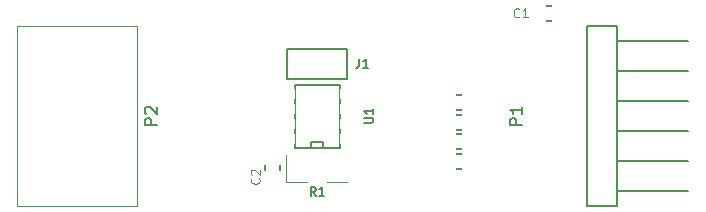
<source format=gto>
G04 #@! TF.FileFunction,Legend,Top*
%FSLAX46Y46*%
G04 Gerber Fmt 4.6, Leading zero omitted, Abs format (unit mm)*
G04 Created by KiCad (PCBNEW 4.0.2+dfsg1-stable) date jeu. 13 juil. 2017 18:44:21 CEST*
%MOMM*%
G01*
G04 APERTURE LIST*
%ADD10C,0.100000*%
%ADD11C,0.127000*%
%ADD12C,0.150000*%
%ADD13C,0.152400*%
%ADD14C,0.101600*%
%ADD15R,1.035000X1.543000*%
%ADD16R,2.400000X2.300000*%
%ADD17C,2.300000*%
%ADD18R,1.543000X1.035000*%
%ADD19R,1.924000X1.924000*%
%ADD20C,1.924000*%
%ADD21R,2.940000X2.940000*%
%ADD22C,2.940000*%
%ADD23R,1.924000X2.432000*%
%ADD24R,1.543000X0.908000*%
G04 APERTURE END LIST*
D10*
D11*
X166928800Y-95669100D02*
X169214800Y-95669100D01*
X169214800Y-95669100D02*
X169214800Y-96939100D01*
X169214800Y-96939100D02*
X166928800Y-96939100D01*
X166928800Y-96939100D02*
X166928800Y-95669100D01*
D12*
X179889800Y-111350000D02*
X173889800Y-111350000D01*
X179889800Y-108810000D02*
X173889800Y-108810000D01*
X179889800Y-106270000D02*
X173889800Y-106270000D01*
X179889800Y-103730000D02*
X173889800Y-103730000D01*
X179889800Y-101190000D02*
X173889800Y-101190000D01*
X179889800Y-98650000D02*
X173889800Y-98650000D01*
X171349800Y-97380000D02*
X171349800Y-112620000D01*
X171349800Y-112620000D02*
X173889800Y-112620000D01*
X173889800Y-112620000D02*
X173889800Y-97380000D01*
X171349800Y-97380000D02*
X173889800Y-97380000D01*
D11*
X145351500Y-108267500D02*
X145351500Y-110553500D01*
X145351500Y-110553500D02*
X144081500Y-110553500D01*
X144081500Y-110553500D02*
X144081500Y-108267500D01*
X144081500Y-108267500D02*
X145351500Y-108267500D01*
D13*
X151041100Y-99288600D02*
X151041100Y-101828600D01*
X151041100Y-101828600D02*
X145961100Y-101828600D01*
X145961100Y-101828600D02*
X145961100Y-99288600D01*
X145961100Y-99288600D02*
X151041100Y-99288600D01*
D14*
X133261100Y-112620000D02*
X133261100Y-97380000D01*
X123101100Y-112620000D02*
X123101100Y-97380000D01*
X133261100Y-112620000D02*
X123101100Y-112620000D01*
X123101100Y-97380000D02*
X133261100Y-97380000D01*
D11*
X145961100Y-108267500D02*
X145961100Y-110553500D01*
X145961100Y-110553500D02*
X147612100Y-110553500D01*
X149390100Y-108267500D02*
X151041100Y-108267500D01*
X151041100Y-108267500D02*
X151041100Y-110553500D01*
X151041100Y-110553500D02*
X149390100Y-110553500D01*
X147612100Y-108267500D02*
X145961100Y-108267500D01*
X150279100Y-107667000D02*
X150406100Y-107667000D01*
X150406100Y-107667000D02*
X150406100Y-102333000D01*
X146596100Y-102333000D02*
X146596100Y-107667000D01*
X146596100Y-107667000D02*
X150279100Y-107667000D01*
X147993100Y-107667000D02*
X147993100Y-107159000D01*
X147993100Y-107159000D02*
X149009100Y-107159000D01*
X149009100Y-107159000D02*
X149009100Y-107667000D01*
X146596100Y-102333000D02*
X150406100Y-102333000D01*
X161658300Y-109448600D02*
X159372300Y-109448600D01*
X159372300Y-109448600D02*
X159372300Y-108178600D01*
X159372300Y-108178600D02*
X161658300Y-108178600D01*
X161658300Y-108178600D02*
X161658300Y-109448600D01*
X161658300Y-106146600D02*
X159372300Y-106146600D01*
X159372300Y-106146600D02*
X159372300Y-104876600D01*
X159372300Y-104876600D02*
X161658300Y-104876600D01*
X161658300Y-104876600D02*
X161658300Y-106146600D01*
X161658300Y-104495600D02*
X159372300Y-104495600D01*
X159372300Y-104495600D02*
X159372300Y-103225600D01*
X159372300Y-103225600D02*
X161658300Y-103225600D01*
X161658300Y-103225600D02*
X161658300Y-104495600D01*
X159372300Y-106527600D02*
X161658300Y-106527600D01*
X161658300Y-106527600D02*
X161658300Y-107797600D01*
X161658300Y-107797600D02*
X159372300Y-107797600D01*
X159372300Y-107797600D02*
X159372300Y-106527600D01*
D14*
X165582600Y-96576243D02*
X165546314Y-96612529D01*
X165437457Y-96648814D01*
X165364886Y-96648814D01*
X165256029Y-96612529D01*
X165183457Y-96539957D01*
X165147172Y-96467386D01*
X165110886Y-96322243D01*
X165110886Y-96213386D01*
X165147172Y-96068243D01*
X165183457Y-95995671D01*
X165256029Y-95923100D01*
X165364886Y-95886814D01*
X165437457Y-95886814D01*
X165546314Y-95923100D01*
X165582600Y-95959386D01*
X166308314Y-96648814D02*
X165872886Y-96648814D01*
X166090600Y-96648814D02*
X166090600Y-95886814D01*
X166018029Y-95995671D01*
X165945457Y-96068243D01*
X165872886Y-96104529D01*
D12*
X165806381Y-105738095D02*
X164806381Y-105738095D01*
X164806381Y-105357142D01*
X164854000Y-105261904D01*
X164901619Y-105214285D01*
X164996857Y-105166666D01*
X165139714Y-105166666D01*
X165234952Y-105214285D01*
X165282571Y-105261904D01*
X165330190Y-105357142D01*
X165330190Y-105738095D01*
X165806381Y-104214285D02*
X165806381Y-104785714D01*
X165806381Y-104500000D02*
X164806381Y-104500000D01*
X164949238Y-104595238D01*
X165044476Y-104690476D01*
X165092095Y-104785714D01*
D14*
X143553543Y-110261400D02*
X143589829Y-110297686D01*
X143626114Y-110406543D01*
X143626114Y-110479114D01*
X143589829Y-110587971D01*
X143517257Y-110660543D01*
X143444686Y-110696828D01*
X143299543Y-110733114D01*
X143190686Y-110733114D01*
X143045543Y-110696828D01*
X142972971Y-110660543D01*
X142900400Y-110587971D01*
X142864114Y-110479114D01*
X142864114Y-110406543D01*
X142900400Y-110297686D01*
X142936686Y-110261400D01*
X142936686Y-109971114D02*
X142900400Y-109934828D01*
X142864114Y-109862257D01*
X142864114Y-109680828D01*
X142900400Y-109608257D01*
X142936686Y-109571971D01*
X143009257Y-109535686D01*
X143081829Y-109535686D01*
X143190686Y-109571971D01*
X143626114Y-110007400D01*
X143626114Y-109535686D01*
D13*
X152031701Y-100141314D02*
X152031701Y-100685600D01*
X151995415Y-100794457D01*
X151922844Y-100867029D01*
X151813987Y-100903314D01*
X151741415Y-100903314D01*
X152793700Y-100903314D02*
X152358272Y-100903314D01*
X152575986Y-100903314D02*
X152575986Y-100141314D01*
X152503415Y-100250171D01*
X152430843Y-100322743D01*
X152358272Y-100359029D01*
D12*
X134881881Y-105738095D02*
X133881881Y-105738095D01*
X133881881Y-105357142D01*
X133929500Y-105261904D01*
X133977119Y-105214285D01*
X134072357Y-105166666D01*
X134215214Y-105166666D01*
X134310452Y-105214285D01*
X134358071Y-105261904D01*
X134405690Y-105357142D01*
X134405690Y-105738095D01*
X133977119Y-104785714D02*
X133929500Y-104738095D01*
X133881881Y-104642857D01*
X133881881Y-104404761D01*
X133929500Y-104309523D01*
X133977119Y-104261904D01*
X134072357Y-104214285D01*
X134167595Y-104214285D01*
X134310452Y-104261904D01*
X134881881Y-104833333D01*
X134881881Y-104214285D01*
D11*
X148374100Y-111761814D02*
X148120100Y-111398957D01*
X147938672Y-111761814D02*
X147938672Y-110999814D01*
X148228957Y-110999814D01*
X148301529Y-111036100D01*
X148337814Y-111072386D01*
X148374100Y-111144957D01*
X148374100Y-111253814D01*
X148337814Y-111326386D01*
X148301529Y-111362671D01*
X148228957Y-111398957D01*
X147938672Y-111398957D01*
X149099814Y-111761814D02*
X148664386Y-111761814D01*
X148882100Y-111761814D02*
X148882100Y-110999814D01*
X148809529Y-111108671D01*
X148736957Y-111181243D01*
X148664386Y-111217529D01*
D13*
X152439914Y-105580571D02*
X153056771Y-105580571D01*
X153129343Y-105544286D01*
X153165629Y-105508000D01*
X153201914Y-105435429D01*
X153201914Y-105290286D01*
X153165629Y-105217714D01*
X153129343Y-105181429D01*
X153056771Y-105145143D01*
X152439914Y-105145143D01*
X153201914Y-104383143D02*
X153201914Y-104818571D01*
X153201914Y-104600857D02*
X152439914Y-104600857D01*
X152548771Y-104673428D01*
X152621343Y-104746000D01*
X152657629Y-104818571D01*
%LPC*%
D15*
X167309800Y-96304100D03*
X168833800Y-96304100D03*
D16*
X167309800Y-111350000D03*
D17*
X167309800Y-108810000D03*
X167309800Y-106270000D03*
X167309800Y-103730000D03*
X167309800Y-101190000D03*
X167309800Y-98650000D03*
X169849800Y-111350000D03*
X169849800Y-108810000D03*
X169849800Y-106270000D03*
X169849800Y-103730000D03*
X169849800Y-101190000D03*
X169849800Y-98650000D03*
D18*
X144716500Y-108648500D03*
X144716500Y-110172500D03*
D19*
X149771100Y-100558600D03*
D20*
X147231100Y-100558600D03*
D21*
X128181100Y-110080000D03*
D22*
X128181100Y-99920000D03*
X128181100Y-105000000D03*
D23*
X146850100Y-109410500D03*
X150152100Y-109410500D03*
D24*
X145834100Y-106905000D03*
X151168100Y-106905000D03*
X145834100Y-105635000D03*
X145834100Y-104365000D03*
X145834100Y-103095000D03*
X151168100Y-105635000D03*
X151168100Y-104365000D03*
X151168100Y-103095000D03*
D15*
X161277300Y-108813600D03*
X159753300Y-108813600D03*
X161277300Y-105511600D03*
X159753300Y-105511600D03*
X161277300Y-103860600D03*
X159753300Y-103860600D03*
X159753300Y-107162600D03*
X161277300Y-107162600D03*
M02*

</source>
